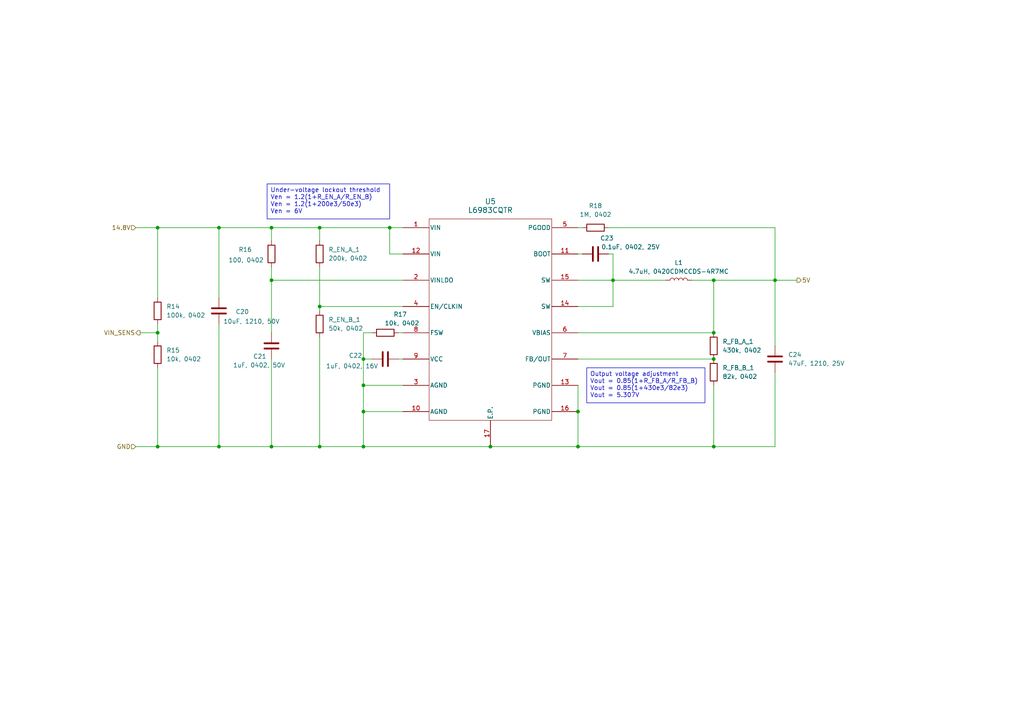
<source format=kicad_sch>
(kicad_sch (version 20250114) (generator "eeschema") (generator_version "9.0")
  (paper "A4")
  (lib_symbols
    (symbol "Device:C" (pin_numbers (hide yes)) (pin_names (offset 0.254))
      (property "Reference" "C" (at 0.635 2.54 0))
      (property "Value" "C" (at 0.635 -2.54 0))
      (symbol "C_0_1"
        (polyline (pts (xy -2.032 0.762) (xy 2.032 0.762)) (stroke (width 0.508)))
        (polyline (pts (xy -2.032 -0.762) (xy 2.032 -0.762)) (stroke (width 0.508)))
      )
      (symbol "C_1_1"
        (pin passive line (at 0 3.81 270) (length 2.794) (name "~") (number "1"))
        (pin passive line (at 0 -3.81 90) (length 2.794) (name "~") (number "2"))
      )
    )
    (symbol "Device:L" (pin_numbers (hide yes)) (pin_names (offset 1.016) (hide yes))
      (property "Reference" "L" (at -1.27 0 90))
      (property "Value" "L" (at 1.905 0 90))
      (symbol "L_0_1"
        (arc (start 0 2.54) (mid 0.6323 1.905) (end 0 1.27))
        (arc (start 0 1.27) (mid 0.6323 0.635) (end 0 0))
        (arc (start 0 0) (mid 0.6323 -0.635) (end 0 -1.27))
        (arc (start 0 -1.27) (mid 0.6323 -1.905) (end 0 -2.54))
      )
      (symbol "L_1_1"
        (pin passive line (at 0 3.81 270) (length 1.27) (name "1") (number "1"))
        (pin passive line (at 0 -3.81 90) (length 1.27) (name "2") (number "2"))
      )
    )
    (symbol "Device:R" (pin_numbers (hide yes)) (pin_names (offset 0))
      (property "Reference" "R" (at 2.032 0 90))
      (property "Value" "R" (at 0 0 90))
      (symbol "R_0_1"
        (rectangle (start -1.016 -2.54) (end 1.016 2.54) (stroke (width 0.254)))
      )
      (symbol "R_1_1"
        (pin passive line (at 0 3.81 270) (length 1.27) (name "~") (number "1"))
        (pin passive line (at 0 -3.81 90) (length 1.27) (name "~") (number "2"))
      )
    )
    (symbol "L6983C33QTR:L6983C33QTR" (pin_names (offset 0.254))
      (property "Reference" "U2" (at 25.4 10.16 0))
      (property "Value" "L6983C33QTR" (at 25.4 7.62 0))
      (symbol "L6983C33QTR_0_1"
        (polyline (pts (xy 7.62 5.08) (xy 7.62 -53.34)) (stroke (width 0.127)))
        (polyline (pts (xy 7.62 -53.34) (xy 43.18 -53.34)) (stroke (width 0.127)))
        (polyline (pts (xy 43.18 5.08) (xy 7.62 5.08)) (stroke (width 0.127)))
        (polyline (pts (xy 43.18 -53.34) (xy 43.18 5.08)) (stroke (width 0.127)))
        (pin unspecified line (at 0 2.54 0) (length 7.62) (name "VIN") (number "1"))
        (pin unspecified line (at 0 -5.08 0) (length 7.62) (name "VIN") (number "12"))
        (pin unspecified line (at 0 -12.7 0) (length 7.62) (name "VINLDO") (number "2"))
        (pin unspecified line (at 0 -20.32 0) (length 7.62) (name "EN/CLKIN") (number "4"))
        (pin unspecified line (at 0 -27.94 0) (length 7.62) (name "FSW") (number "8"))
        (pin power_in line (at 0 -35.56 0) (length 7.62) (name "VCC") (number "9"))
        (pin power_out line (at 0 -43.18 0) (length 7.62) (name "AGND") (number "3"))
        (pin power_out line (at 0 -50.8 0) (length 7.62) (name "AGND") (number "10"))
        (pin unspecified line (at 25.4 -60.96 90) (length 7.62) (name "E.P.") (number "17"))
        (pin power_in line (at 50.8 2.54 180) (length 7.62) (name "PGOOD") (number "5"))
        (pin unspecified line (at 50.8 -5.08 180) (length 7.62) (name "BOOT") (number "11"))
        (pin unspecified line (at 50.8 -12.7 180) (length 7.62) (name "SW") (number "15"))
        (pin unspecified line (at 50.8 -20.32 180) (length 7.62) (name "SW") (number "14"))
        (pin unspecified line (at 50.8 -27.94 180) (length 7.62) (name "VBIAS") (number "6"))
        (pin output line (at 50.8 -35.56 180) (length 7.62) (name "FB/OUT") (number "7"))
        (pin power_out line (at 50.8 -43.18 180) (length 7.62) (name "PGND") (number "13"))
        (pin power_out line (at 50.8 -50.8 180) (length 7.62) (name "PGND") (number "16"))
      )
    )
  )
  (text_box "Output voltage adjustment\nVout = 0.85(1+R_FB_A/R_FB_B)\nVout = 0.85(1+430e3/82e3)\nVout = 5.307V\n" (at 170.18 106.68 0) (size 34.29 10.16) (margins 0.9525 0.9525 0.9525 0.9525) (effects (font (size 1.27 1.27)) (justify left top)))
  (text_box "Under-voltage lockout threshold\nVen = 1.2(1+R_EN_A/R_EN_B)\nVen = 1.2(1+200e3/50e3)\nVen = 6V\n" (at 77.47 53.34 0) (size 35.56 10.16) (margins 0.9525 0.9525 0.9525 0.9525) (effects (font (size 1.27 1.27)) (justify left top)))
  (junction (at 105.41 104.14))
  (junction (at 78.74 129.54))
  (junction (at 63.5 66.04))
  (junction (at 45.72 129.54))
  (junction (at 78.74 66.04))
  (junction (at 207.01 104.14))
  (junction (at 78.74 81.28))
  (junction (at 167.64 129.54))
  (junction (at 105.41 129.54))
  (junction (at 207.01 81.28))
  (junction (at 105.41 111.76))
  (junction (at 113.03 66.04))
  (junction (at 45.72 96.52))
  (junction (at 105.41 119.38))
  (junction (at 207.01 96.52))
  (junction (at 45.72 66.04))
  (junction (at 142.24 129.54))
  (junction (at 177.8 81.28))
  (junction (at 167.64 119.38))
  (junction (at 63.5 129.54))
  (junction (at 224.79 81.28))
  (junction (at 92.71 129.54))
  (junction (at 92.71 66.04))
  (junction (at 207.01 129.54))
  (junction (at 92.71 88.9))
  (wire (pts (xy 105.41 119.38) (xy 105.41 129.54)))
  (wire (pts (xy 116.84 111.76) (xy 105.41 111.76)))
  (wire (pts (xy 167.64 111.76) (xy 167.64 119.38)))
  (wire (pts (xy 207.01 111.76) (xy 207.01 129.54)))
  (wire (pts (xy 78.74 81.28) (xy 78.74 77.47)))
  (wire (pts (xy 224.79 81.28) (xy 231.14 81.28)))
  (wire (pts (xy 92.71 66.04) (xy 92.71 69.85)))
  (wire (pts (xy 105.41 96.52) (xy 105.41 104.14)))
  (wire (pts (xy 63.5 93.98) (xy 63.5 129.54)))
  (wire (pts (xy 167.64 129.54) (xy 142.24 129.54)))
  (wire (pts (xy 92.71 66.04) (xy 113.03 66.04)))
  (wire (pts (xy 115.57 104.14) (xy 116.84 104.14)))
  (wire (pts (xy 39.37 129.54) (xy 45.72 129.54)))
  (wire (pts (xy 78.74 66.04) (xy 92.71 66.04)))
  (wire (pts (xy 92.71 97.79) (xy 92.71 129.54)))
  (wire (pts (xy 113.03 73.66) (xy 116.84 73.66)))
  (wire (pts (xy 78.74 81.28) (xy 116.84 81.28)))
  (wire (pts (xy 105.41 129.54) (xy 142.24 129.54)))
  (wire (pts (xy 167.64 66.04) (xy 168.91 66.04)))
  (wire (pts (xy 177.8 88.9) (xy 177.8 81.28)))
  (wire (pts (xy 167.64 81.28) (xy 177.8 81.28)))
  (wire (pts (xy 200.66 81.28) (xy 207.01 81.28)))
  (wire (pts (xy 167.64 129.54) (xy 207.01 129.54)))
  (wire (pts (xy 176.53 66.04) (xy 224.79 66.04)))
  (wire (pts (xy 78.74 104.14) (xy 78.74 129.54)))
  (wire (pts (xy 224.79 81.28) (xy 224.79 100.33)))
  (wire (pts (xy 92.71 77.47) (xy 92.71 88.9)))
  (wire (pts (xy 63.5 66.04) (xy 63.5 86.36)))
  (wire (pts (xy 45.72 129.54) (xy 63.5 129.54)))
  (wire (pts (xy 224.79 107.95) (xy 224.79 129.54)))
  (wire (pts (xy 177.8 81.28) (xy 193.04 81.28)))
  (wire (pts (xy 176.53 73.66) (xy 177.8 73.66)))
  (wire (pts (xy 105.41 111.76) (xy 105.41 119.38)))
  (wire (pts (xy 92.71 88.9) (xy 92.71 90.17)))
  (wire (pts (xy 107.95 104.14) (xy 105.41 104.14)))
  (wire (pts (xy 113.03 66.04) (xy 113.03 73.66)))
  (wire (pts (xy 167.64 104.14) (xy 207.01 104.14)))
  (wire (pts (xy 78.74 69.85) (xy 78.74 66.04)))
  (wire (pts (xy 115.57 96.52) (xy 116.84 96.52)))
  (wire (pts (xy 167.64 88.9) (xy 177.8 88.9)))
  (wire (pts (xy 63.5 129.54) (xy 78.74 129.54)))
  (wire (pts (xy 105.41 104.14) (xy 105.41 111.76)))
  (wire (pts (xy 167.64 119.38) (xy 167.64 129.54)))
  (wire (pts (xy 207.01 129.54) (xy 224.79 129.54)))
  (wire (pts (xy 207.01 81.28) (xy 207.01 96.52)))
  (wire (pts (xy 113.03 66.04) (xy 116.84 66.04)))
  (wire (pts (xy 45.72 66.04) (xy 63.5 66.04)))
  (wire (pts (xy 105.41 119.38) (xy 116.84 119.38)))
  (wire (pts (xy 45.72 96.52) (xy 45.72 99.06)))
  (wire (pts (xy 78.74 129.54) (xy 92.71 129.54)))
  (wire (pts (xy 167.64 96.52) (xy 207.01 96.52)))
  (wire (pts (xy 92.71 129.54) (xy 105.41 129.54)))
  (wire (pts (xy 78.74 81.28) (xy 78.74 96.52)))
  (wire (pts (xy 45.72 106.68) (xy 45.72 129.54)))
  (wire (pts (xy 63.5 66.04) (xy 78.74 66.04)))
  (wire (pts (xy 177.8 73.66) (xy 177.8 81.28)))
  (wire (pts (xy 45.72 66.04) (xy 45.72 86.36)))
  (wire (pts (xy 39.37 66.04) (xy 45.72 66.04)))
  (wire (pts (xy 107.95 96.52) (xy 105.41 96.52)))
  (wire (pts (xy 224.79 66.04) (xy 224.79 81.28)))
  (wire (pts (xy 116.84 88.9) (xy 92.71 88.9)))
  (wire (pts (xy 45.72 93.98) (xy 45.72 96.52)))
  (wire (pts (xy 45.72 96.52) (xy 40.64 96.52)))
  (wire (pts (xy 167.64 73.66) (xy 168.91 73.66)))
  (wire (pts (xy 207.01 81.28) (xy 224.79 81.28)))
  (hierarchical_label "5V" (shape output) (at 231.14 81.28 0))
  (hierarchical_label "VIN_SENS" (shape output) (at 40.64 96.52 180))
  (hierarchical_label "14.8V" (shape input) (at 39.37 66.04 180))
  (hierarchical_label "GND" (shape input) (at 39.37 129.54 180))
  (symbol (lib_id "Device:L") (at 196.85 81.28 90) (unit 1)
    (property "Reference" "L1" (at 196.85 76.2 90))
    (property "Value" "4.7uH, 0420CDMCCDS-4R7MC" (at 196.85 78.74 90))
    (property "Footprint" "0420CDMCCDS-4R7MC:0420CDMCCDS-4R7MC" (effects (hide yes)))
    (property "Description" "Inductor" (effects (hide yes)))
  )
  (symbol (lib_id "Device:R") (at 207.01 100.33 0) (unit 1)
    (property "Reference" "R_FB_A_1" (at 209.55 99.0599 0) (effects (justify left)))
    (property "Value" "430k, 0402" (at 209.55 101.5999 0) (effects (justify left)))
    (property "Footprint" "Resistor_SMD:R_0402_1005Metric" (effects (hide yes)))
    (property "Description" "Resistor" (effects (hide yes)))
  )
  (symbol (lib_id "Device:R") (at 111.76 96.52 270) (unit 1)
    (property "Reference" "R17" (at 116.078 91.186 90))
    (property "Value" "10k, 0402" (at 116.586 93.726 90))
    (property "Footprint" "Resistor_SMD:R_0402_1005Metric" (effects (hide yes)))
    (property "Description" "Resistor" (effects (hide yes)))
  )
  (symbol (lib_id "Device:R") (at 45.72 90.17 0) (unit 1)
    (property "Reference" "R14" (at 48.26 88.8999 0) (effects (justify left)))
    (property "Value" "100k, 0402" (at 48.26 91.4399 0) (effects (justify left)))
    (property "Footprint" "Resistor_SMD:R_0402_1005Metric" (effects (hide yes)))
    (property "Description" "Resistor" (effects (hide yes)))
  )
  (symbol (lib_id "Device:C") (at 172.72 73.66 90) (unit 1)
    (property "Reference" "C23" (at 176.022 69.088 90))
    (property "Value" "0.1uF, 0402, 25V" (at 182.88 71.628 90))
    (property "Footprint" "Capacitor_SMD:C_0402_1005Metric" (effects (hide yes)))
    (property "Description" "Unpolarized capacitor" (effects (hide yes)))
  )
  (symbol (lib_id "Device:R") (at 92.71 73.66 0) (unit 1)
    (property "Reference" "R_EN_A_1" (at 95.25 72.3899 0) (effects (justify left)))
    (property "Value" "200k, 0402" (at 95.25 74.9299 0) (effects (justify left)))
    (property "Footprint" "Resistor_SMD:R_0402_1005Metric" (effects (hide yes)))
    (property "Description" "Resistor" (effects (hide yes)))
  )
  (symbol (lib_id "Device:R") (at 92.71 93.98 0) (unit 1)
    (property "Reference" "R_EN_B_1" (at 95.25 92.7099 0) (effects (justify left)))
    (property "Value" "50k, 0402" (at 95.25 95.2499 0) (effects (justify left)))
    (property "Footprint" "Resistor_SMD:R_0402_1005Metric" (effects (hide yes)))
    (property "Description" "Resistor" (effects (hide yes)))
  )
  (symbol (lib_id "Device:R") (at 207.01 107.95 0) (unit 1)
    (property "Reference" "R_FB_B_1" (at 209.55 106.6799 0) (effects (justify left)))
    (property "Value" "82k, 0402" (at 209.55 109.2199 0) (effects (justify left)))
    (property "Footprint" "Resistor_SMD:R_0402_1005Metric" (effects (hide yes)))
    (property "Description" "Resistor" (effects (hide yes)))
  )
  (symbol (lib_id "Device:C") (at 111.76 104.14 90) (unit 1)
    (property "Reference" "C22" (at 103.124 103.124 90))
    (property "Value" "1uF, 0402, 16V" (at 102.108 106.172 90))
    (property "Footprint" "Capacitor_SMD:C_0402_1005Metric" (effects (hide yes)))
    (property "Description" "Unpolarized capacitor" (effects (hide yes)))
  )
  (symbol (lib_id "Device:C") (at 224.79 104.14 180) (unit 1)
    (property "Reference" "C24" (at 228.6 102.8699 0) (effects (justify right)))
    (property "Value" "47uF, 1210, 25V" (at 228.6 105.4099 0) (effects (justify right)))
    (property "Footprint" "Capacitor_SMD:C_1210_3225Metric" (effects (hide yes)))
    (property "Description" "Unpolarized capacitor" (effects (hide yes)))
  )
  (symbol (lib_id "Device:R") (at 172.72 66.04 90) (unit 1)
    (property "Reference" "R18" (at 172.72 59.69 90))
    (property "Value" "1M, 0402" (at 172.72 62.23 90))
    (property "Footprint" "Resistor_SMD:R_0402_1005Metric" (effects (hide yes)))
    (property "Description" "Resistor" (effects (hide yes)))
  )
  (symbol (lib_id "Device:C") (at 63.5 90.17 0) (unit 1)
    (property "Reference" "C20" (at 68.326 90.424 0) (effects (justify left)))
    (property "Value" "10uF, 1210, 50V" (at 64.77 93.218 0) (effects (justify left)))
    (property "Footprint" "Capacitor_SMD:C_1210_3225Metric" (effects (hide yes)))
    (property "Description" "Unpolarized capacitor" (effects (hide yes)))
  )
  (symbol (lib_id "Device:C") (at 78.74 100.33 0) (unit 1)
    (property "Reference" "C21" (at 73.406 103.378 0) (effects (justify left)))
    (property "Value" "1uF, 0402, 50V" (at 67.564 105.918 0) (effects (justify left)))
    (property "Footprint" "Capacitor_SMD:C_0402_1005Metric" (effects (hide yes)))
    (property "Description" "Unpolarized capacitor" (effects (hide yes)))
  )
  (symbol (lib_id "L6983C33QTR:L6983C33QTR") (at 116.84 68.58 0) (unit 1)
    (property "Reference" "U5" (at 142.24 58.42 0) (effects (font (size 1.524 1.524))))
    (property "Value" "L6983CQTR" (at 142.24 60.96 0) (effects (font (size 1.524 1.524))))
    (property "Footprint" "L6983C33QTR:QFN_33QTR_STM" (effects (hide yes)))
    (property "Datasheet" "https://www.st.com/resource/en/datasheet/l6983.pdf" (effects (hide yes)))
  )
  (symbol (lib_id "Device:R") (at 45.72 102.87 0) (unit 1)
    (property "Reference" "R15" (at 48.26 101.5999 0) (effects (justify left)))
    (property "Value" "10k, 0402" (at 48.26 104.1399 0) (effects (justify left)))
    (property "Footprint" "Resistor_SMD:R_0402_1005Metric" (effects (hide yes)))
    (property "Description" "Resistor" (effects (hide yes)))
  )
  (symbol (lib_id "Device:R") (at 78.74 73.66 0) (unit 1)
    (property "Reference" "R16" (at 71.12 72.39 0))
    (property "Value" "100, 0402" (at 71.374 75.438 0))
    (property "Footprint" "Resistor_SMD:R_0402_1005Metric" (effects (hide yes)))
    (property "Description" "Resistor" (effects (hide yes)))
  )
)
</source>
